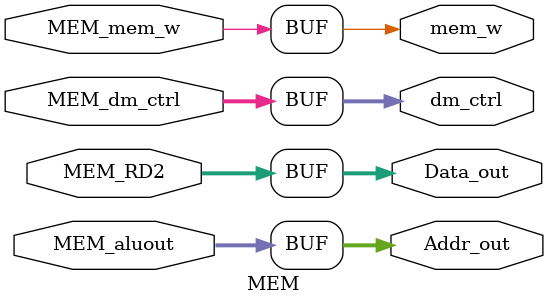
<source format=v>
module MEM (
    input [31:0] MEM_aluout,
    input [2:0] MEM_dm_ctrl,
    input [31:0] MEM_RD2,
    input MEM_mem_w,
    output [31:0] Addr_out,
    output [2:0] dm_ctrl,
    output [31:0] Data_out,
    output mem_w 
);
    assign Addr_out = MEM_aluout;   // cpu out
    assign dm_ctrl = MEM_dm_ctrl;  // cpu out 	  
    assign Data_out = MEM_RD2;	  // cpu out
    assign mem_w = MEM_mem_w;	  // cpu out
endmodule



</source>
